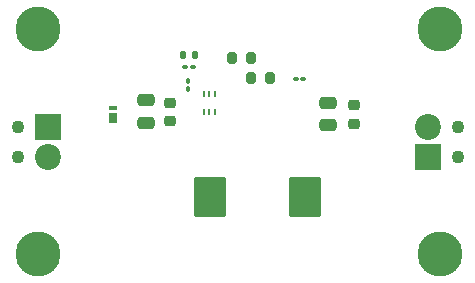
<source format=gbr>
%TF.GenerationSoftware,KiCad,Pcbnew,8.0.1*%
%TF.CreationDate,2025-05-13T16:21:41+05:45*%
%TF.ProjectId,12V-5V_buck_converter,3132562d-3556-45f6-9275-636b5f636f6e,rev?*%
%TF.SameCoordinates,Original*%
%TF.FileFunction,Soldermask,Top*%
%TF.FilePolarity,Negative*%
%FSLAX46Y46*%
G04 Gerber Fmt 4.6, Leading zero omitted, Abs format (unit mm)*
G04 Created by KiCad (PCBNEW 8.0.1) date 2025-05-13 16:21:41*
%MOMM*%
%LPD*%
G01*
G04 APERTURE LIST*
G04 Aperture macros list*
%AMRoundRect*
0 Rectangle with rounded corners*
0 $1 Rounding radius*
0 $2 $3 $4 $5 $6 $7 $8 $9 X,Y pos of 4 corners*
0 Add a 4 corners polygon primitive as box body*
4,1,4,$2,$3,$4,$5,$6,$7,$8,$9,$2,$3,0*
0 Add four circle primitives for the rounded corners*
1,1,$1+$1,$2,$3*
1,1,$1+$1,$4,$5*
1,1,$1+$1,$6,$7*
1,1,$1+$1,$8,$9*
0 Add four rect primitives between the rounded corners*
20,1,$1+$1,$2,$3,$4,$5,0*
20,1,$1+$1,$4,$5,$6,$7,0*
20,1,$1+$1,$6,$7,$8,$9,0*
20,1,$1+$1,$8,$9,$2,$3,0*%
G04 Aperture macros list end*
%ADD10RoundRect,0.200000X-0.200000X-0.275000X0.200000X-0.275000X0.200000X0.275000X-0.200000X0.275000X0*%
%ADD11RoundRect,0.100000X-0.130000X-0.100000X0.130000X-0.100000X0.130000X0.100000X-0.130000X0.100000X0*%
%ADD12RoundRect,0.250000X0.475000X-0.250000X0.475000X0.250000X-0.475000X0.250000X-0.475000X-0.250000X0*%
%ADD13C,2.600000*%
%ADD14C,3.800000*%
%ADD15C,1.100000*%
%ADD16R,2.200000X2.200000*%
%ADD17C,2.200000*%
%ADD18RoundRect,0.102000X-1.250000X-1.600000X1.250000X-1.600000X1.250000X1.600000X-1.250000X1.600000X0*%
%ADD19RoundRect,0.075000X0.275000X-0.390000X0.275000X0.390000X-0.275000X0.390000X-0.275000X-0.390000X0*%
%ADD20RoundRect,0.075000X0.275000X-0.075000X0.275000X0.075000X-0.275000X0.075000X-0.275000X-0.075000X0*%
%ADD21RoundRect,0.100000X0.130000X0.100000X-0.130000X0.100000X-0.130000X-0.100000X0.130000X-0.100000X0*%
%ADD22R,0.279400X0.606400*%
%ADD23RoundRect,0.225000X0.250000X-0.225000X0.250000X0.225000X-0.250000X0.225000X-0.250000X-0.225000X0*%
%ADD24RoundRect,0.100000X-0.100000X0.130000X-0.100000X-0.130000X0.100000X-0.130000X0.100000X0.130000X0*%
%ADD25RoundRect,0.140000X0.140000X0.170000X-0.140000X0.170000X-0.140000X-0.170000X0.140000X-0.170000X0*%
G04 APERTURE END LIST*
D10*
%TO.C,R2*%
X34989000Y-21082000D03*
X36639000Y-21082000D03*
%TD*%
D11*
%TO.C,R3*%
X38796000Y-21209000D03*
X39436000Y-21209000D03*
%TD*%
D12*
%TO.C,C4*%
X41485000Y-25100000D03*
X41485000Y-23200000D03*
%TD*%
D13*
%TO.C,H3*%
X51000000Y-36000000D03*
D14*
X51000000Y-36000000D03*
%TD*%
D15*
%TO.C,J2*%
X15260000Y-25230000D03*
X15260000Y-27770000D03*
D16*
X17800000Y-25230000D03*
D17*
X17800000Y-27770000D03*
%TD*%
D13*
%TO.C,H2*%
X17000000Y-36000000D03*
D14*
X17000000Y-36000000D03*
%TD*%
D18*
%TO.C,L1*%
X31510000Y-31200000D03*
X39610000Y-31200000D03*
%TD*%
D12*
%TO.C,C1*%
X26085000Y-24900000D03*
X26085000Y-23000000D03*
%TD*%
D19*
%TO.C,D1*%
X23291000Y-24507000D03*
D20*
X23291000Y-23622000D03*
%TD*%
D13*
%TO.C,H1*%
X17000000Y-17000000D03*
D14*
X17000000Y-17000000D03*
%TD*%
D10*
%TO.C,R1*%
X33388000Y-19444000D03*
X35038000Y-19444000D03*
%TD*%
D21*
%TO.C,R4*%
X30090000Y-20206000D03*
X29450000Y-20206000D03*
%TD*%
D13*
%TO.C,H4*%
X51000000Y-17000000D03*
D14*
X51000000Y-17000000D03*
%TD*%
D22*
%TO.C,U1*%
X30981874Y-24001700D03*
X31482000Y-24001700D03*
X31982126Y-24001700D03*
X31982126Y-22506300D03*
X31482000Y-22506300D03*
X30981874Y-22506300D03*
%TD*%
D23*
%TO.C,C5*%
X43685000Y-24975000D03*
X43685000Y-23425000D03*
%TD*%
D24*
%TO.C,R5*%
X29704000Y-21410000D03*
X29704000Y-22050000D03*
%TD*%
D23*
%TO.C,C2*%
X28117000Y-24791000D03*
X28117000Y-23241000D03*
%TD*%
D15*
%TO.C,J1*%
X52500000Y-27770000D03*
X52500000Y-25230000D03*
D16*
X49960000Y-27770000D03*
D17*
X49960000Y-25230000D03*
%TD*%
D25*
%TO.C,C3*%
X30226000Y-19190000D03*
X29266000Y-19190000D03*
%TD*%
M02*

</source>
